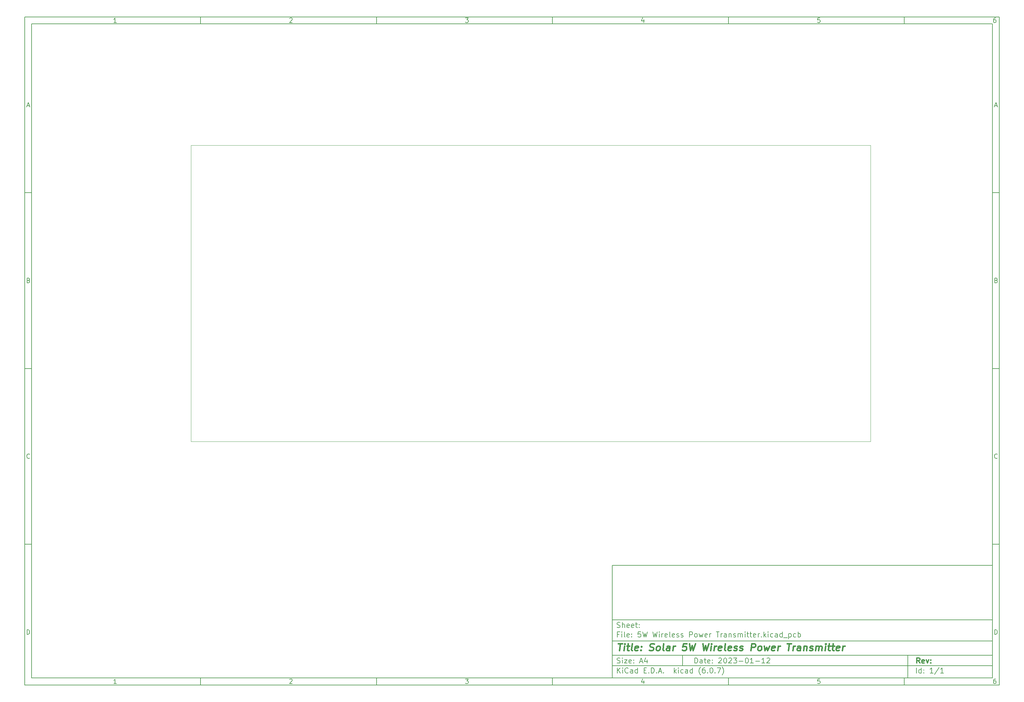
<source format=gbr>
%TF.GenerationSoftware,KiCad,Pcbnew,(6.0.7)*%
%TF.CreationDate,2023-01-12T19:17:08+03:00*%
%TF.ProjectId,5W Wireless Power Transmitter,35572057-6972-4656-9c65-737320506f77,rev?*%
%TF.SameCoordinates,Original*%
%TF.FileFunction,OtherDrawing,Comment*%
%FSLAX46Y46*%
G04 Gerber Fmt 4.6, Leading zero omitted, Abs format (unit mm)*
G04 Created by KiCad (PCBNEW (6.0.7)) date 2023-01-12 19:17:08*
%MOMM*%
%LPD*%
G01*
G04 APERTURE LIST*
%ADD10C,0.100000*%
%ADD11C,0.150000*%
%ADD12C,0.300000*%
%ADD13C,0.400000*%
%TA.AperFunction,Profile*%
%ADD14C,0.100000*%
%TD*%
G04 APERTURE END LIST*
D10*
D11*
X177002200Y-166007200D02*
X177002200Y-198007200D01*
X285002200Y-198007200D01*
X285002200Y-166007200D01*
X177002200Y-166007200D01*
D10*
D11*
X10000000Y-10000000D02*
X10000000Y-200007200D01*
X287002200Y-200007200D01*
X287002200Y-10000000D01*
X10000000Y-10000000D01*
D10*
D11*
X12000000Y-12000000D02*
X12000000Y-198007200D01*
X285002200Y-198007200D01*
X285002200Y-12000000D01*
X12000000Y-12000000D01*
D10*
D11*
X60000000Y-12000000D02*
X60000000Y-10000000D01*
D10*
D11*
X110000000Y-12000000D02*
X110000000Y-10000000D01*
D10*
D11*
X160000000Y-12000000D02*
X160000000Y-10000000D01*
D10*
D11*
X210000000Y-12000000D02*
X210000000Y-10000000D01*
D10*
D11*
X260000000Y-12000000D02*
X260000000Y-10000000D01*
D10*
D11*
X36065476Y-11588095D02*
X35322619Y-11588095D01*
X35694047Y-11588095D02*
X35694047Y-10288095D01*
X35570238Y-10473809D01*
X35446428Y-10597619D01*
X35322619Y-10659523D01*
D10*
D11*
X85322619Y-10411904D02*
X85384523Y-10350000D01*
X85508333Y-10288095D01*
X85817857Y-10288095D01*
X85941666Y-10350000D01*
X86003571Y-10411904D01*
X86065476Y-10535714D01*
X86065476Y-10659523D01*
X86003571Y-10845238D01*
X85260714Y-11588095D01*
X86065476Y-11588095D01*
D10*
D11*
X135260714Y-10288095D02*
X136065476Y-10288095D01*
X135632142Y-10783333D01*
X135817857Y-10783333D01*
X135941666Y-10845238D01*
X136003571Y-10907142D01*
X136065476Y-11030952D01*
X136065476Y-11340476D01*
X136003571Y-11464285D01*
X135941666Y-11526190D01*
X135817857Y-11588095D01*
X135446428Y-11588095D01*
X135322619Y-11526190D01*
X135260714Y-11464285D01*
D10*
D11*
X185941666Y-10721428D02*
X185941666Y-11588095D01*
X185632142Y-10226190D02*
X185322619Y-11154761D01*
X186127380Y-11154761D01*
D10*
D11*
X236003571Y-10288095D02*
X235384523Y-10288095D01*
X235322619Y-10907142D01*
X235384523Y-10845238D01*
X235508333Y-10783333D01*
X235817857Y-10783333D01*
X235941666Y-10845238D01*
X236003571Y-10907142D01*
X236065476Y-11030952D01*
X236065476Y-11340476D01*
X236003571Y-11464285D01*
X235941666Y-11526190D01*
X235817857Y-11588095D01*
X235508333Y-11588095D01*
X235384523Y-11526190D01*
X235322619Y-11464285D01*
D10*
D11*
X285941666Y-10288095D02*
X285694047Y-10288095D01*
X285570238Y-10350000D01*
X285508333Y-10411904D01*
X285384523Y-10597619D01*
X285322619Y-10845238D01*
X285322619Y-11340476D01*
X285384523Y-11464285D01*
X285446428Y-11526190D01*
X285570238Y-11588095D01*
X285817857Y-11588095D01*
X285941666Y-11526190D01*
X286003571Y-11464285D01*
X286065476Y-11340476D01*
X286065476Y-11030952D01*
X286003571Y-10907142D01*
X285941666Y-10845238D01*
X285817857Y-10783333D01*
X285570238Y-10783333D01*
X285446428Y-10845238D01*
X285384523Y-10907142D01*
X285322619Y-11030952D01*
D10*
D11*
X60000000Y-198007200D02*
X60000000Y-200007200D01*
D10*
D11*
X110000000Y-198007200D02*
X110000000Y-200007200D01*
D10*
D11*
X160000000Y-198007200D02*
X160000000Y-200007200D01*
D10*
D11*
X210000000Y-198007200D02*
X210000000Y-200007200D01*
D10*
D11*
X260000000Y-198007200D02*
X260000000Y-200007200D01*
D10*
D11*
X36065476Y-199595295D02*
X35322619Y-199595295D01*
X35694047Y-199595295D02*
X35694047Y-198295295D01*
X35570238Y-198481009D01*
X35446428Y-198604819D01*
X35322619Y-198666723D01*
D10*
D11*
X85322619Y-198419104D02*
X85384523Y-198357200D01*
X85508333Y-198295295D01*
X85817857Y-198295295D01*
X85941666Y-198357200D01*
X86003571Y-198419104D01*
X86065476Y-198542914D01*
X86065476Y-198666723D01*
X86003571Y-198852438D01*
X85260714Y-199595295D01*
X86065476Y-199595295D01*
D10*
D11*
X135260714Y-198295295D02*
X136065476Y-198295295D01*
X135632142Y-198790533D01*
X135817857Y-198790533D01*
X135941666Y-198852438D01*
X136003571Y-198914342D01*
X136065476Y-199038152D01*
X136065476Y-199347676D01*
X136003571Y-199471485D01*
X135941666Y-199533390D01*
X135817857Y-199595295D01*
X135446428Y-199595295D01*
X135322619Y-199533390D01*
X135260714Y-199471485D01*
D10*
D11*
X185941666Y-198728628D02*
X185941666Y-199595295D01*
X185632142Y-198233390D02*
X185322619Y-199161961D01*
X186127380Y-199161961D01*
D10*
D11*
X236003571Y-198295295D02*
X235384523Y-198295295D01*
X235322619Y-198914342D01*
X235384523Y-198852438D01*
X235508333Y-198790533D01*
X235817857Y-198790533D01*
X235941666Y-198852438D01*
X236003571Y-198914342D01*
X236065476Y-199038152D01*
X236065476Y-199347676D01*
X236003571Y-199471485D01*
X235941666Y-199533390D01*
X235817857Y-199595295D01*
X235508333Y-199595295D01*
X235384523Y-199533390D01*
X235322619Y-199471485D01*
D10*
D11*
X285941666Y-198295295D02*
X285694047Y-198295295D01*
X285570238Y-198357200D01*
X285508333Y-198419104D01*
X285384523Y-198604819D01*
X285322619Y-198852438D01*
X285322619Y-199347676D01*
X285384523Y-199471485D01*
X285446428Y-199533390D01*
X285570238Y-199595295D01*
X285817857Y-199595295D01*
X285941666Y-199533390D01*
X286003571Y-199471485D01*
X286065476Y-199347676D01*
X286065476Y-199038152D01*
X286003571Y-198914342D01*
X285941666Y-198852438D01*
X285817857Y-198790533D01*
X285570238Y-198790533D01*
X285446428Y-198852438D01*
X285384523Y-198914342D01*
X285322619Y-199038152D01*
D10*
D11*
X10000000Y-60000000D02*
X12000000Y-60000000D01*
D10*
D11*
X10000000Y-110000000D02*
X12000000Y-110000000D01*
D10*
D11*
X10000000Y-160000000D02*
X12000000Y-160000000D01*
D10*
D11*
X10690476Y-35216666D02*
X11309523Y-35216666D01*
X10566666Y-35588095D02*
X11000000Y-34288095D01*
X11433333Y-35588095D01*
D10*
D11*
X11092857Y-84907142D02*
X11278571Y-84969047D01*
X11340476Y-85030952D01*
X11402380Y-85154761D01*
X11402380Y-85340476D01*
X11340476Y-85464285D01*
X11278571Y-85526190D01*
X11154761Y-85588095D01*
X10659523Y-85588095D01*
X10659523Y-84288095D01*
X11092857Y-84288095D01*
X11216666Y-84350000D01*
X11278571Y-84411904D01*
X11340476Y-84535714D01*
X11340476Y-84659523D01*
X11278571Y-84783333D01*
X11216666Y-84845238D01*
X11092857Y-84907142D01*
X10659523Y-84907142D01*
D10*
D11*
X11402380Y-135464285D02*
X11340476Y-135526190D01*
X11154761Y-135588095D01*
X11030952Y-135588095D01*
X10845238Y-135526190D01*
X10721428Y-135402380D01*
X10659523Y-135278571D01*
X10597619Y-135030952D01*
X10597619Y-134845238D01*
X10659523Y-134597619D01*
X10721428Y-134473809D01*
X10845238Y-134350000D01*
X11030952Y-134288095D01*
X11154761Y-134288095D01*
X11340476Y-134350000D01*
X11402380Y-134411904D01*
D10*
D11*
X10659523Y-185588095D02*
X10659523Y-184288095D01*
X10969047Y-184288095D01*
X11154761Y-184350000D01*
X11278571Y-184473809D01*
X11340476Y-184597619D01*
X11402380Y-184845238D01*
X11402380Y-185030952D01*
X11340476Y-185278571D01*
X11278571Y-185402380D01*
X11154761Y-185526190D01*
X10969047Y-185588095D01*
X10659523Y-185588095D01*
D10*
D11*
X287002200Y-60000000D02*
X285002200Y-60000000D01*
D10*
D11*
X287002200Y-110000000D02*
X285002200Y-110000000D01*
D10*
D11*
X287002200Y-160000000D02*
X285002200Y-160000000D01*
D10*
D11*
X285692676Y-35216666D02*
X286311723Y-35216666D01*
X285568866Y-35588095D02*
X286002200Y-34288095D01*
X286435533Y-35588095D01*
D10*
D11*
X286095057Y-84907142D02*
X286280771Y-84969047D01*
X286342676Y-85030952D01*
X286404580Y-85154761D01*
X286404580Y-85340476D01*
X286342676Y-85464285D01*
X286280771Y-85526190D01*
X286156961Y-85588095D01*
X285661723Y-85588095D01*
X285661723Y-84288095D01*
X286095057Y-84288095D01*
X286218866Y-84350000D01*
X286280771Y-84411904D01*
X286342676Y-84535714D01*
X286342676Y-84659523D01*
X286280771Y-84783333D01*
X286218866Y-84845238D01*
X286095057Y-84907142D01*
X285661723Y-84907142D01*
D10*
D11*
X286404580Y-135464285D02*
X286342676Y-135526190D01*
X286156961Y-135588095D01*
X286033152Y-135588095D01*
X285847438Y-135526190D01*
X285723628Y-135402380D01*
X285661723Y-135278571D01*
X285599819Y-135030952D01*
X285599819Y-134845238D01*
X285661723Y-134597619D01*
X285723628Y-134473809D01*
X285847438Y-134350000D01*
X286033152Y-134288095D01*
X286156961Y-134288095D01*
X286342676Y-134350000D01*
X286404580Y-134411904D01*
D10*
D11*
X285661723Y-185588095D02*
X285661723Y-184288095D01*
X285971247Y-184288095D01*
X286156961Y-184350000D01*
X286280771Y-184473809D01*
X286342676Y-184597619D01*
X286404580Y-184845238D01*
X286404580Y-185030952D01*
X286342676Y-185278571D01*
X286280771Y-185402380D01*
X286156961Y-185526190D01*
X285971247Y-185588095D01*
X285661723Y-185588095D01*
D10*
D11*
X200434342Y-193785771D02*
X200434342Y-192285771D01*
X200791485Y-192285771D01*
X201005771Y-192357200D01*
X201148628Y-192500057D01*
X201220057Y-192642914D01*
X201291485Y-192928628D01*
X201291485Y-193142914D01*
X201220057Y-193428628D01*
X201148628Y-193571485D01*
X201005771Y-193714342D01*
X200791485Y-193785771D01*
X200434342Y-193785771D01*
X202577200Y-193785771D02*
X202577200Y-193000057D01*
X202505771Y-192857200D01*
X202362914Y-192785771D01*
X202077200Y-192785771D01*
X201934342Y-192857200D01*
X202577200Y-193714342D02*
X202434342Y-193785771D01*
X202077200Y-193785771D01*
X201934342Y-193714342D01*
X201862914Y-193571485D01*
X201862914Y-193428628D01*
X201934342Y-193285771D01*
X202077200Y-193214342D01*
X202434342Y-193214342D01*
X202577200Y-193142914D01*
X203077200Y-192785771D02*
X203648628Y-192785771D01*
X203291485Y-192285771D02*
X203291485Y-193571485D01*
X203362914Y-193714342D01*
X203505771Y-193785771D01*
X203648628Y-193785771D01*
X204720057Y-193714342D02*
X204577200Y-193785771D01*
X204291485Y-193785771D01*
X204148628Y-193714342D01*
X204077200Y-193571485D01*
X204077200Y-193000057D01*
X204148628Y-192857200D01*
X204291485Y-192785771D01*
X204577200Y-192785771D01*
X204720057Y-192857200D01*
X204791485Y-193000057D01*
X204791485Y-193142914D01*
X204077200Y-193285771D01*
X205434342Y-193642914D02*
X205505771Y-193714342D01*
X205434342Y-193785771D01*
X205362914Y-193714342D01*
X205434342Y-193642914D01*
X205434342Y-193785771D01*
X205434342Y-192857200D02*
X205505771Y-192928628D01*
X205434342Y-193000057D01*
X205362914Y-192928628D01*
X205434342Y-192857200D01*
X205434342Y-193000057D01*
X207220057Y-192428628D02*
X207291485Y-192357200D01*
X207434342Y-192285771D01*
X207791485Y-192285771D01*
X207934342Y-192357200D01*
X208005771Y-192428628D01*
X208077200Y-192571485D01*
X208077200Y-192714342D01*
X208005771Y-192928628D01*
X207148628Y-193785771D01*
X208077200Y-193785771D01*
X209005771Y-192285771D02*
X209148628Y-192285771D01*
X209291485Y-192357200D01*
X209362914Y-192428628D01*
X209434342Y-192571485D01*
X209505771Y-192857200D01*
X209505771Y-193214342D01*
X209434342Y-193500057D01*
X209362914Y-193642914D01*
X209291485Y-193714342D01*
X209148628Y-193785771D01*
X209005771Y-193785771D01*
X208862914Y-193714342D01*
X208791485Y-193642914D01*
X208720057Y-193500057D01*
X208648628Y-193214342D01*
X208648628Y-192857200D01*
X208720057Y-192571485D01*
X208791485Y-192428628D01*
X208862914Y-192357200D01*
X209005771Y-192285771D01*
X210077200Y-192428628D02*
X210148628Y-192357200D01*
X210291485Y-192285771D01*
X210648628Y-192285771D01*
X210791485Y-192357200D01*
X210862914Y-192428628D01*
X210934342Y-192571485D01*
X210934342Y-192714342D01*
X210862914Y-192928628D01*
X210005771Y-193785771D01*
X210934342Y-193785771D01*
X211434342Y-192285771D02*
X212362914Y-192285771D01*
X211862914Y-192857200D01*
X212077200Y-192857200D01*
X212220057Y-192928628D01*
X212291485Y-193000057D01*
X212362914Y-193142914D01*
X212362914Y-193500057D01*
X212291485Y-193642914D01*
X212220057Y-193714342D01*
X212077200Y-193785771D01*
X211648628Y-193785771D01*
X211505771Y-193714342D01*
X211434342Y-193642914D01*
X213005771Y-193214342D02*
X214148628Y-193214342D01*
X215148628Y-192285771D02*
X215291485Y-192285771D01*
X215434342Y-192357200D01*
X215505771Y-192428628D01*
X215577200Y-192571485D01*
X215648628Y-192857200D01*
X215648628Y-193214342D01*
X215577200Y-193500057D01*
X215505771Y-193642914D01*
X215434342Y-193714342D01*
X215291485Y-193785771D01*
X215148628Y-193785771D01*
X215005771Y-193714342D01*
X214934342Y-193642914D01*
X214862914Y-193500057D01*
X214791485Y-193214342D01*
X214791485Y-192857200D01*
X214862914Y-192571485D01*
X214934342Y-192428628D01*
X215005771Y-192357200D01*
X215148628Y-192285771D01*
X217077200Y-193785771D02*
X216220057Y-193785771D01*
X216648628Y-193785771D02*
X216648628Y-192285771D01*
X216505771Y-192500057D01*
X216362914Y-192642914D01*
X216220057Y-192714342D01*
X217720057Y-193214342D02*
X218862914Y-193214342D01*
X220362914Y-193785771D02*
X219505771Y-193785771D01*
X219934342Y-193785771D02*
X219934342Y-192285771D01*
X219791485Y-192500057D01*
X219648628Y-192642914D01*
X219505771Y-192714342D01*
X220934342Y-192428628D02*
X221005771Y-192357200D01*
X221148628Y-192285771D01*
X221505771Y-192285771D01*
X221648628Y-192357200D01*
X221720057Y-192428628D01*
X221791485Y-192571485D01*
X221791485Y-192714342D01*
X221720057Y-192928628D01*
X220862914Y-193785771D01*
X221791485Y-193785771D01*
D10*
D11*
X177002200Y-194507200D02*
X285002200Y-194507200D01*
D10*
D11*
X178434342Y-196585771D02*
X178434342Y-195085771D01*
X179291485Y-196585771D02*
X178648628Y-195728628D01*
X179291485Y-195085771D02*
X178434342Y-195942914D01*
X179934342Y-196585771D02*
X179934342Y-195585771D01*
X179934342Y-195085771D02*
X179862914Y-195157200D01*
X179934342Y-195228628D01*
X180005771Y-195157200D01*
X179934342Y-195085771D01*
X179934342Y-195228628D01*
X181505771Y-196442914D02*
X181434342Y-196514342D01*
X181220057Y-196585771D01*
X181077200Y-196585771D01*
X180862914Y-196514342D01*
X180720057Y-196371485D01*
X180648628Y-196228628D01*
X180577200Y-195942914D01*
X180577200Y-195728628D01*
X180648628Y-195442914D01*
X180720057Y-195300057D01*
X180862914Y-195157200D01*
X181077200Y-195085771D01*
X181220057Y-195085771D01*
X181434342Y-195157200D01*
X181505771Y-195228628D01*
X182791485Y-196585771D02*
X182791485Y-195800057D01*
X182720057Y-195657200D01*
X182577200Y-195585771D01*
X182291485Y-195585771D01*
X182148628Y-195657200D01*
X182791485Y-196514342D02*
X182648628Y-196585771D01*
X182291485Y-196585771D01*
X182148628Y-196514342D01*
X182077200Y-196371485D01*
X182077200Y-196228628D01*
X182148628Y-196085771D01*
X182291485Y-196014342D01*
X182648628Y-196014342D01*
X182791485Y-195942914D01*
X184148628Y-196585771D02*
X184148628Y-195085771D01*
X184148628Y-196514342D02*
X184005771Y-196585771D01*
X183720057Y-196585771D01*
X183577200Y-196514342D01*
X183505771Y-196442914D01*
X183434342Y-196300057D01*
X183434342Y-195871485D01*
X183505771Y-195728628D01*
X183577200Y-195657200D01*
X183720057Y-195585771D01*
X184005771Y-195585771D01*
X184148628Y-195657200D01*
X186005771Y-195800057D02*
X186505771Y-195800057D01*
X186720057Y-196585771D02*
X186005771Y-196585771D01*
X186005771Y-195085771D01*
X186720057Y-195085771D01*
X187362914Y-196442914D02*
X187434342Y-196514342D01*
X187362914Y-196585771D01*
X187291485Y-196514342D01*
X187362914Y-196442914D01*
X187362914Y-196585771D01*
X188077200Y-196585771D02*
X188077200Y-195085771D01*
X188434342Y-195085771D01*
X188648628Y-195157200D01*
X188791485Y-195300057D01*
X188862914Y-195442914D01*
X188934342Y-195728628D01*
X188934342Y-195942914D01*
X188862914Y-196228628D01*
X188791485Y-196371485D01*
X188648628Y-196514342D01*
X188434342Y-196585771D01*
X188077200Y-196585771D01*
X189577200Y-196442914D02*
X189648628Y-196514342D01*
X189577200Y-196585771D01*
X189505771Y-196514342D01*
X189577200Y-196442914D01*
X189577200Y-196585771D01*
X190220057Y-196157200D02*
X190934342Y-196157200D01*
X190077200Y-196585771D02*
X190577200Y-195085771D01*
X191077200Y-196585771D01*
X191577200Y-196442914D02*
X191648628Y-196514342D01*
X191577200Y-196585771D01*
X191505771Y-196514342D01*
X191577200Y-196442914D01*
X191577200Y-196585771D01*
X194577200Y-196585771D02*
X194577200Y-195085771D01*
X194720057Y-196014342D02*
X195148628Y-196585771D01*
X195148628Y-195585771D02*
X194577200Y-196157200D01*
X195791485Y-196585771D02*
X195791485Y-195585771D01*
X195791485Y-195085771D02*
X195720057Y-195157200D01*
X195791485Y-195228628D01*
X195862914Y-195157200D01*
X195791485Y-195085771D01*
X195791485Y-195228628D01*
X197148628Y-196514342D02*
X197005771Y-196585771D01*
X196720057Y-196585771D01*
X196577200Y-196514342D01*
X196505771Y-196442914D01*
X196434342Y-196300057D01*
X196434342Y-195871485D01*
X196505771Y-195728628D01*
X196577200Y-195657200D01*
X196720057Y-195585771D01*
X197005771Y-195585771D01*
X197148628Y-195657200D01*
X198434342Y-196585771D02*
X198434342Y-195800057D01*
X198362914Y-195657200D01*
X198220057Y-195585771D01*
X197934342Y-195585771D01*
X197791485Y-195657200D01*
X198434342Y-196514342D02*
X198291485Y-196585771D01*
X197934342Y-196585771D01*
X197791485Y-196514342D01*
X197720057Y-196371485D01*
X197720057Y-196228628D01*
X197791485Y-196085771D01*
X197934342Y-196014342D01*
X198291485Y-196014342D01*
X198434342Y-195942914D01*
X199791485Y-196585771D02*
X199791485Y-195085771D01*
X199791485Y-196514342D02*
X199648628Y-196585771D01*
X199362914Y-196585771D01*
X199220057Y-196514342D01*
X199148628Y-196442914D01*
X199077200Y-196300057D01*
X199077200Y-195871485D01*
X199148628Y-195728628D01*
X199220057Y-195657200D01*
X199362914Y-195585771D01*
X199648628Y-195585771D01*
X199791485Y-195657200D01*
X202077200Y-197157200D02*
X202005771Y-197085771D01*
X201862914Y-196871485D01*
X201791485Y-196728628D01*
X201720057Y-196514342D01*
X201648628Y-196157200D01*
X201648628Y-195871485D01*
X201720057Y-195514342D01*
X201791485Y-195300057D01*
X201862914Y-195157200D01*
X202005771Y-194942914D01*
X202077200Y-194871485D01*
X203291485Y-195085771D02*
X203005771Y-195085771D01*
X202862914Y-195157200D01*
X202791485Y-195228628D01*
X202648628Y-195442914D01*
X202577200Y-195728628D01*
X202577200Y-196300057D01*
X202648628Y-196442914D01*
X202720057Y-196514342D01*
X202862914Y-196585771D01*
X203148628Y-196585771D01*
X203291485Y-196514342D01*
X203362914Y-196442914D01*
X203434342Y-196300057D01*
X203434342Y-195942914D01*
X203362914Y-195800057D01*
X203291485Y-195728628D01*
X203148628Y-195657200D01*
X202862914Y-195657200D01*
X202720057Y-195728628D01*
X202648628Y-195800057D01*
X202577200Y-195942914D01*
X204077200Y-196442914D02*
X204148628Y-196514342D01*
X204077200Y-196585771D01*
X204005771Y-196514342D01*
X204077200Y-196442914D01*
X204077200Y-196585771D01*
X205077200Y-195085771D02*
X205220057Y-195085771D01*
X205362914Y-195157200D01*
X205434342Y-195228628D01*
X205505771Y-195371485D01*
X205577200Y-195657200D01*
X205577200Y-196014342D01*
X205505771Y-196300057D01*
X205434342Y-196442914D01*
X205362914Y-196514342D01*
X205220057Y-196585771D01*
X205077200Y-196585771D01*
X204934342Y-196514342D01*
X204862914Y-196442914D01*
X204791485Y-196300057D01*
X204720057Y-196014342D01*
X204720057Y-195657200D01*
X204791485Y-195371485D01*
X204862914Y-195228628D01*
X204934342Y-195157200D01*
X205077200Y-195085771D01*
X206220057Y-196442914D02*
X206291485Y-196514342D01*
X206220057Y-196585771D01*
X206148628Y-196514342D01*
X206220057Y-196442914D01*
X206220057Y-196585771D01*
X206791485Y-195085771D02*
X207791485Y-195085771D01*
X207148628Y-196585771D01*
X208220057Y-197157200D02*
X208291485Y-197085771D01*
X208434342Y-196871485D01*
X208505771Y-196728628D01*
X208577200Y-196514342D01*
X208648628Y-196157200D01*
X208648628Y-195871485D01*
X208577200Y-195514342D01*
X208505771Y-195300057D01*
X208434342Y-195157200D01*
X208291485Y-194942914D01*
X208220057Y-194871485D01*
D10*
D11*
X177002200Y-191507200D02*
X285002200Y-191507200D01*
D10*
D12*
X264411485Y-193785771D02*
X263911485Y-193071485D01*
X263554342Y-193785771D02*
X263554342Y-192285771D01*
X264125771Y-192285771D01*
X264268628Y-192357200D01*
X264340057Y-192428628D01*
X264411485Y-192571485D01*
X264411485Y-192785771D01*
X264340057Y-192928628D01*
X264268628Y-193000057D01*
X264125771Y-193071485D01*
X263554342Y-193071485D01*
X265625771Y-193714342D02*
X265482914Y-193785771D01*
X265197200Y-193785771D01*
X265054342Y-193714342D01*
X264982914Y-193571485D01*
X264982914Y-193000057D01*
X265054342Y-192857200D01*
X265197200Y-192785771D01*
X265482914Y-192785771D01*
X265625771Y-192857200D01*
X265697200Y-193000057D01*
X265697200Y-193142914D01*
X264982914Y-193285771D01*
X266197200Y-192785771D02*
X266554342Y-193785771D01*
X266911485Y-192785771D01*
X267482914Y-193642914D02*
X267554342Y-193714342D01*
X267482914Y-193785771D01*
X267411485Y-193714342D01*
X267482914Y-193642914D01*
X267482914Y-193785771D01*
X267482914Y-192857200D02*
X267554342Y-192928628D01*
X267482914Y-193000057D01*
X267411485Y-192928628D01*
X267482914Y-192857200D01*
X267482914Y-193000057D01*
D10*
D11*
X178362914Y-193714342D02*
X178577200Y-193785771D01*
X178934342Y-193785771D01*
X179077200Y-193714342D01*
X179148628Y-193642914D01*
X179220057Y-193500057D01*
X179220057Y-193357200D01*
X179148628Y-193214342D01*
X179077200Y-193142914D01*
X178934342Y-193071485D01*
X178648628Y-193000057D01*
X178505771Y-192928628D01*
X178434342Y-192857200D01*
X178362914Y-192714342D01*
X178362914Y-192571485D01*
X178434342Y-192428628D01*
X178505771Y-192357200D01*
X178648628Y-192285771D01*
X179005771Y-192285771D01*
X179220057Y-192357200D01*
X179862914Y-193785771D02*
X179862914Y-192785771D01*
X179862914Y-192285771D02*
X179791485Y-192357200D01*
X179862914Y-192428628D01*
X179934342Y-192357200D01*
X179862914Y-192285771D01*
X179862914Y-192428628D01*
X180434342Y-192785771D02*
X181220057Y-192785771D01*
X180434342Y-193785771D01*
X181220057Y-193785771D01*
X182362914Y-193714342D02*
X182220057Y-193785771D01*
X181934342Y-193785771D01*
X181791485Y-193714342D01*
X181720057Y-193571485D01*
X181720057Y-193000057D01*
X181791485Y-192857200D01*
X181934342Y-192785771D01*
X182220057Y-192785771D01*
X182362914Y-192857200D01*
X182434342Y-193000057D01*
X182434342Y-193142914D01*
X181720057Y-193285771D01*
X183077200Y-193642914D02*
X183148628Y-193714342D01*
X183077200Y-193785771D01*
X183005771Y-193714342D01*
X183077200Y-193642914D01*
X183077200Y-193785771D01*
X183077200Y-192857200D02*
X183148628Y-192928628D01*
X183077200Y-193000057D01*
X183005771Y-192928628D01*
X183077200Y-192857200D01*
X183077200Y-193000057D01*
X184862914Y-193357200D02*
X185577200Y-193357200D01*
X184720057Y-193785771D02*
X185220057Y-192285771D01*
X185720057Y-193785771D01*
X186862914Y-192785771D02*
X186862914Y-193785771D01*
X186505771Y-192214342D02*
X186148628Y-193285771D01*
X187077200Y-193285771D01*
D10*
D11*
X263434342Y-196585771D02*
X263434342Y-195085771D01*
X264791485Y-196585771D02*
X264791485Y-195085771D01*
X264791485Y-196514342D02*
X264648628Y-196585771D01*
X264362914Y-196585771D01*
X264220057Y-196514342D01*
X264148628Y-196442914D01*
X264077200Y-196300057D01*
X264077200Y-195871485D01*
X264148628Y-195728628D01*
X264220057Y-195657200D01*
X264362914Y-195585771D01*
X264648628Y-195585771D01*
X264791485Y-195657200D01*
X265505771Y-196442914D02*
X265577200Y-196514342D01*
X265505771Y-196585771D01*
X265434342Y-196514342D01*
X265505771Y-196442914D01*
X265505771Y-196585771D01*
X265505771Y-195657200D02*
X265577200Y-195728628D01*
X265505771Y-195800057D01*
X265434342Y-195728628D01*
X265505771Y-195657200D01*
X265505771Y-195800057D01*
X268148628Y-196585771D02*
X267291485Y-196585771D01*
X267720057Y-196585771D02*
X267720057Y-195085771D01*
X267577200Y-195300057D01*
X267434342Y-195442914D01*
X267291485Y-195514342D01*
X269862914Y-195014342D02*
X268577200Y-196942914D01*
X271148628Y-196585771D02*
X270291485Y-196585771D01*
X270720057Y-196585771D02*
X270720057Y-195085771D01*
X270577200Y-195300057D01*
X270434342Y-195442914D01*
X270291485Y-195514342D01*
D10*
D11*
X177002200Y-187507200D02*
X285002200Y-187507200D01*
D10*
D13*
X178714580Y-188211961D02*
X179857438Y-188211961D01*
X179036009Y-190211961D02*
X179286009Y-188211961D01*
X180274104Y-190211961D02*
X180440771Y-188878628D01*
X180524104Y-188211961D02*
X180416961Y-188307200D01*
X180500295Y-188402438D01*
X180607438Y-188307200D01*
X180524104Y-188211961D01*
X180500295Y-188402438D01*
X181107438Y-188878628D02*
X181869342Y-188878628D01*
X181476485Y-188211961D02*
X181262200Y-189926247D01*
X181333628Y-190116723D01*
X181512200Y-190211961D01*
X181702676Y-190211961D01*
X182655057Y-190211961D02*
X182476485Y-190116723D01*
X182405057Y-189926247D01*
X182619342Y-188211961D01*
X184190771Y-190116723D02*
X183988390Y-190211961D01*
X183607438Y-190211961D01*
X183428866Y-190116723D01*
X183357438Y-189926247D01*
X183452676Y-189164342D01*
X183571723Y-188973866D01*
X183774104Y-188878628D01*
X184155057Y-188878628D01*
X184333628Y-188973866D01*
X184405057Y-189164342D01*
X184381247Y-189354819D01*
X183405057Y-189545295D01*
X185155057Y-190021485D02*
X185238390Y-190116723D01*
X185131247Y-190211961D01*
X185047914Y-190116723D01*
X185155057Y-190021485D01*
X185131247Y-190211961D01*
X185286009Y-188973866D02*
X185369342Y-189069104D01*
X185262200Y-189164342D01*
X185178866Y-189069104D01*
X185286009Y-188973866D01*
X185262200Y-189164342D01*
X187524104Y-190116723D02*
X187797914Y-190211961D01*
X188274104Y-190211961D01*
X188476485Y-190116723D01*
X188583628Y-190021485D01*
X188702676Y-189831009D01*
X188726485Y-189640533D01*
X188655057Y-189450057D01*
X188571723Y-189354819D01*
X188393152Y-189259580D01*
X188024104Y-189164342D01*
X187845533Y-189069104D01*
X187762200Y-188973866D01*
X187690771Y-188783390D01*
X187714580Y-188592914D01*
X187833628Y-188402438D01*
X187940771Y-188307200D01*
X188143152Y-188211961D01*
X188619342Y-188211961D01*
X188893152Y-188307200D01*
X189797914Y-190211961D02*
X189619342Y-190116723D01*
X189536009Y-190021485D01*
X189464580Y-189831009D01*
X189536009Y-189259580D01*
X189655057Y-189069104D01*
X189762200Y-188973866D01*
X189964580Y-188878628D01*
X190250295Y-188878628D01*
X190428866Y-188973866D01*
X190512200Y-189069104D01*
X190583628Y-189259580D01*
X190512200Y-189831009D01*
X190393152Y-190021485D01*
X190286009Y-190116723D01*
X190083628Y-190211961D01*
X189797914Y-190211961D01*
X191607438Y-190211961D02*
X191428866Y-190116723D01*
X191357438Y-189926247D01*
X191571723Y-188211961D01*
X193226485Y-190211961D02*
X193357438Y-189164342D01*
X193286009Y-188973866D01*
X193107438Y-188878628D01*
X192726485Y-188878628D01*
X192524104Y-188973866D01*
X193238390Y-190116723D02*
X193036009Y-190211961D01*
X192559819Y-190211961D01*
X192381247Y-190116723D01*
X192309819Y-189926247D01*
X192333628Y-189735771D01*
X192452676Y-189545295D01*
X192655057Y-189450057D01*
X193131247Y-189450057D01*
X193333628Y-189354819D01*
X194178866Y-190211961D02*
X194345533Y-188878628D01*
X194297914Y-189259580D02*
X194416961Y-189069104D01*
X194524104Y-188973866D01*
X194726485Y-188878628D01*
X194916961Y-188878628D01*
X198143152Y-188211961D02*
X197190771Y-188211961D01*
X196976485Y-189164342D01*
X197083628Y-189069104D01*
X197286009Y-188973866D01*
X197762200Y-188973866D01*
X197940771Y-189069104D01*
X198024104Y-189164342D01*
X198095533Y-189354819D01*
X198036009Y-189831009D01*
X197916961Y-190021485D01*
X197809819Y-190116723D01*
X197607438Y-190211961D01*
X197131247Y-190211961D01*
X196952676Y-190116723D01*
X196869342Y-190021485D01*
X198905057Y-188211961D02*
X199131247Y-190211961D01*
X199690771Y-188783390D01*
X199893152Y-190211961D01*
X200619342Y-188211961D01*
X202714580Y-188211961D02*
X202940771Y-190211961D01*
X203500295Y-188783390D01*
X203702676Y-190211961D01*
X204428866Y-188211961D01*
X204940771Y-190211961D02*
X205107438Y-188878628D01*
X205190771Y-188211961D02*
X205083628Y-188307200D01*
X205166961Y-188402438D01*
X205274104Y-188307200D01*
X205190771Y-188211961D01*
X205166961Y-188402438D01*
X205893152Y-190211961D02*
X206059819Y-188878628D01*
X206012200Y-189259580D02*
X206131247Y-189069104D01*
X206238390Y-188973866D01*
X206440771Y-188878628D01*
X206631247Y-188878628D01*
X207905057Y-190116723D02*
X207702676Y-190211961D01*
X207321723Y-190211961D01*
X207143152Y-190116723D01*
X207071723Y-189926247D01*
X207166961Y-189164342D01*
X207286009Y-188973866D01*
X207488390Y-188878628D01*
X207869342Y-188878628D01*
X208047914Y-188973866D01*
X208119342Y-189164342D01*
X208095533Y-189354819D01*
X207119342Y-189545295D01*
X209131247Y-190211961D02*
X208952676Y-190116723D01*
X208881247Y-189926247D01*
X209095533Y-188211961D01*
X210666961Y-190116723D02*
X210464580Y-190211961D01*
X210083628Y-190211961D01*
X209905057Y-190116723D01*
X209833628Y-189926247D01*
X209928866Y-189164342D01*
X210047914Y-188973866D01*
X210250295Y-188878628D01*
X210631247Y-188878628D01*
X210809819Y-188973866D01*
X210881247Y-189164342D01*
X210857438Y-189354819D01*
X209881247Y-189545295D01*
X211524104Y-190116723D02*
X211702676Y-190211961D01*
X212083628Y-190211961D01*
X212286009Y-190116723D01*
X212405057Y-189926247D01*
X212416961Y-189831009D01*
X212345533Y-189640533D01*
X212166961Y-189545295D01*
X211881247Y-189545295D01*
X211702676Y-189450057D01*
X211631247Y-189259580D01*
X211643152Y-189164342D01*
X211762200Y-188973866D01*
X211964580Y-188878628D01*
X212250295Y-188878628D01*
X212428866Y-188973866D01*
X213143152Y-190116723D02*
X213321723Y-190211961D01*
X213702676Y-190211961D01*
X213905057Y-190116723D01*
X214024104Y-189926247D01*
X214036009Y-189831009D01*
X213964580Y-189640533D01*
X213786009Y-189545295D01*
X213500295Y-189545295D01*
X213321723Y-189450057D01*
X213250295Y-189259580D01*
X213262200Y-189164342D01*
X213381247Y-188973866D01*
X213583628Y-188878628D01*
X213869342Y-188878628D01*
X214047914Y-188973866D01*
X216369342Y-190211961D02*
X216619342Y-188211961D01*
X217381247Y-188211961D01*
X217559819Y-188307200D01*
X217643152Y-188402438D01*
X217714580Y-188592914D01*
X217678866Y-188878628D01*
X217559819Y-189069104D01*
X217452676Y-189164342D01*
X217250295Y-189259580D01*
X216488390Y-189259580D01*
X218655057Y-190211961D02*
X218476485Y-190116723D01*
X218393152Y-190021485D01*
X218321723Y-189831009D01*
X218393152Y-189259580D01*
X218512200Y-189069104D01*
X218619342Y-188973866D01*
X218821723Y-188878628D01*
X219107438Y-188878628D01*
X219286009Y-188973866D01*
X219369342Y-189069104D01*
X219440771Y-189259580D01*
X219369342Y-189831009D01*
X219250295Y-190021485D01*
X219143152Y-190116723D01*
X218940771Y-190211961D01*
X218655057Y-190211961D01*
X220155057Y-188878628D02*
X220369342Y-190211961D01*
X220869342Y-189259580D01*
X221131247Y-190211961D01*
X221678866Y-188878628D01*
X223047914Y-190116723D02*
X222845533Y-190211961D01*
X222464580Y-190211961D01*
X222286009Y-190116723D01*
X222214580Y-189926247D01*
X222309819Y-189164342D01*
X222428866Y-188973866D01*
X222631247Y-188878628D01*
X223012200Y-188878628D01*
X223190771Y-188973866D01*
X223262200Y-189164342D01*
X223238390Y-189354819D01*
X222262200Y-189545295D01*
X223988390Y-190211961D02*
X224155057Y-188878628D01*
X224107438Y-189259580D02*
X224226485Y-189069104D01*
X224333628Y-188973866D01*
X224536009Y-188878628D01*
X224726485Y-188878628D01*
X226714580Y-188211961D02*
X227857438Y-188211961D01*
X227036009Y-190211961D02*
X227286009Y-188211961D01*
X228274104Y-190211961D02*
X228440771Y-188878628D01*
X228393152Y-189259580D02*
X228512200Y-189069104D01*
X228619342Y-188973866D01*
X228821723Y-188878628D01*
X229012200Y-188878628D01*
X230369342Y-190211961D02*
X230500295Y-189164342D01*
X230428866Y-188973866D01*
X230250295Y-188878628D01*
X229869342Y-188878628D01*
X229666961Y-188973866D01*
X230381247Y-190116723D02*
X230178866Y-190211961D01*
X229702676Y-190211961D01*
X229524104Y-190116723D01*
X229452676Y-189926247D01*
X229476485Y-189735771D01*
X229595533Y-189545295D01*
X229797914Y-189450057D01*
X230274104Y-189450057D01*
X230476485Y-189354819D01*
X231488390Y-188878628D02*
X231321723Y-190211961D01*
X231464580Y-189069104D02*
X231571723Y-188973866D01*
X231774104Y-188878628D01*
X232059819Y-188878628D01*
X232238390Y-188973866D01*
X232309819Y-189164342D01*
X232178866Y-190211961D01*
X233047914Y-190116723D02*
X233226485Y-190211961D01*
X233607438Y-190211961D01*
X233809819Y-190116723D01*
X233928866Y-189926247D01*
X233940771Y-189831009D01*
X233869342Y-189640533D01*
X233690771Y-189545295D01*
X233405057Y-189545295D01*
X233226485Y-189450057D01*
X233155057Y-189259580D01*
X233166961Y-189164342D01*
X233286009Y-188973866D01*
X233488390Y-188878628D01*
X233774104Y-188878628D01*
X233952676Y-188973866D01*
X234750295Y-190211961D02*
X234916961Y-188878628D01*
X234893152Y-189069104D02*
X235000295Y-188973866D01*
X235202676Y-188878628D01*
X235488390Y-188878628D01*
X235666961Y-188973866D01*
X235738390Y-189164342D01*
X235607438Y-190211961D01*
X235738390Y-189164342D02*
X235857438Y-188973866D01*
X236059819Y-188878628D01*
X236345533Y-188878628D01*
X236524104Y-188973866D01*
X236595533Y-189164342D01*
X236464580Y-190211961D01*
X237416961Y-190211961D02*
X237583628Y-188878628D01*
X237666961Y-188211961D02*
X237559819Y-188307200D01*
X237643152Y-188402438D01*
X237750295Y-188307200D01*
X237666961Y-188211961D01*
X237643152Y-188402438D01*
X238250295Y-188878628D02*
X239012200Y-188878628D01*
X238619342Y-188211961D02*
X238405057Y-189926247D01*
X238476485Y-190116723D01*
X238655057Y-190211961D01*
X238845533Y-190211961D01*
X239393152Y-188878628D02*
X240155057Y-188878628D01*
X239762200Y-188211961D02*
X239547914Y-189926247D01*
X239619342Y-190116723D01*
X239797914Y-190211961D01*
X239988390Y-190211961D01*
X241428866Y-190116723D02*
X241226485Y-190211961D01*
X240845533Y-190211961D01*
X240666961Y-190116723D01*
X240595533Y-189926247D01*
X240690771Y-189164342D01*
X240809819Y-188973866D01*
X241012199Y-188878628D01*
X241393152Y-188878628D01*
X241571723Y-188973866D01*
X241643152Y-189164342D01*
X241619342Y-189354819D01*
X240643152Y-189545295D01*
X242369342Y-190211961D02*
X242536009Y-188878628D01*
X242488390Y-189259580D02*
X242607438Y-189069104D01*
X242714580Y-188973866D01*
X242916961Y-188878628D01*
X243107438Y-188878628D01*
D10*
D11*
X178934342Y-185600057D02*
X178434342Y-185600057D01*
X178434342Y-186385771D02*
X178434342Y-184885771D01*
X179148628Y-184885771D01*
X179720057Y-186385771D02*
X179720057Y-185385771D01*
X179720057Y-184885771D02*
X179648628Y-184957200D01*
X179720057Y-185028628D01*
X179791485Y-184957200D01*
X179720057Y-184885771D01*
X179720057Y-185028628D01*
X180648628Y-186385771D02*
X180505771Y-186314342D01*
X180434342Y-186171485D01*
X180434342Y-184885771D01*
X181791485Y-186314342D02*
X181648628Y-186385771D01*
X181362914Y-186385771D01*
X181220057Y-186314342D01*
X181148628Y-186171485D01*
X181148628Y-185600057D01*
X181220057Y-185457200D01*
X181362914Y-185385771D01*
X181648628Y-185385771D01*
X181791485Y-185457200D01*
X181862914Y-185600057D01*
X181862914Y-185742914D01*
X181148628Y-185885771D01*
X182505771Y-186242914D02*
X182577200Y-186314342D01*
X182505771Y-186385771D01*
X182434342Y-186314342D01*
X182505771Y-186242914D01*
X182505771Y-186385771D01*
X182505771Y-185457200D02*
X182577200Y-185528628D01*
X182505771Y-185600057D01*
X182434342Y-185528628D01*
X182505771Y-185457200D01*
X182505771Y-185600057D01*
X185077200Y-184885771D02*
X184362914Y-184885771D01*
X184291485Y-185600057D01*
X184362914Y-185528628D01*
X184505771Y-185457200D01*
X184862914Y-185457200D01*
X185005771Y-185528628D01*
X185077200Y-185600057D01*
X185148628Y-185742914D01*
X185148628Y-186100057D01*
X185077200Y-186242914D01*
X185005771Y-186314342D01*
X184862914Y-186385771D01*
X184505771Y-186385771D01*
X184362914Y-186314342D01*
X184291485Y-186242914D01*
X185648628Y-184885771D02*
X186005771Y-186385771D01*
X186291485Y-185314342D01*
X186577200Y-186385771D01*
X186934342Y-184885771D01*
X188505771Y-184885771D02*
X188862914Y-186385771D01*
X189148628Y-185314342D01*
X189434342Y-186385771D01*
X189791485Y-184885771D01*
X190362914Y-186385771D02*
X190362914Y-185385771D01*
X190362914Y-184885771D02*
X190291485Y-184957200D01*
X190362914Y-185028628D01*
X190434342Y-184957200D01*
X190362914Y-184885771D01*
X190362914Y-185028628D01*
X191077200Y-186385771D02*
X191077200Y-185385771D01*
X191077200Y-185671485D02*
X191148628Y-185528628D01*
X191220057Y-185457200D01*
X191362914Y-185385771D01*
X191505771Y-185385771D01*
X192577200Y-186314342D02*
X192434342Y-186385771D01*
X192148628Y-186385771D01*
X192005771Y-186314342D01*
X191934342Y-186171485D01*
X191934342Y-185600057D01*
X192005771Y-185457200D01*
X192148628Y-185385771D01*
X192434342Y-185385771D01*
X192577200Y-185457200D01*
X192648628Y-185600057D01*
X192648628Y-185742914D01*
X191934342Y-185885771D01*
X193505771Y-186385771D02*
X193362914Y-186314342D01*
X193291485Y-186171485D01*
X193291485Y-184885771D01*
X194648628Y-186314342D02*
X194505771Y-186385771D01*
X194220057Y-186385771D01*
X194077200Y-186314342D01*
X194005771Y-186171485D01*
X194005771Y-185600057D01*
X194077200Y-185457200D01*
X194220057Y-185385771D01*
X194505771Y-185385771D01*
X194648628Y-185457200D01*
X194720057Y-185600057D01*
X194720057Y-185742914D01*
X194005771Y-185885771D01*
X195291485Y-186314342D02*
X195434342Y-186385771D01*
X195720057Y-186385771D01*
X195862914Y-186314342D01*
X195934342Y-186171485D01*
X195934342Y-186100057D01*
X195862914Y-185957200D01*
X195720057Y-185885771D01*
X195505771Y-185885771D01*
X195362914Y-185814342D01*
X195291485Y-185671485D01*
X195291485Y-185600057D01*
X195362914Y-185457200D01*
X195505771Y-185385771D01*
X195720057Y-185385771D01*
X195862914Y-185457200D01*
X196505771Y-186314342D02*
X196648628Y-186385771D01*
X196934342Y-186385771D01*
X197077200Y-186314342D01*
X197148628Y-186171485D01*
X197148628Y-186100057D01*
X197077200Y-185957200D01*
X196934342Y-185885771D01*
X196720057Y-185885771D01*
X196577200Y-185814342D01*
X196505771Y-185671485D01*
X196505771Y-185600057D01*
X196577200Y-185457200D01*
X196720057Y-185385771D01*
X196934342Y-185385771D01*
X197077200Y-185457200D01*
X198934342Y-186385771D02*
X198934342Y-184885771D01*
X199505771Y-184885771D01*
X199648628Y-184957200D01*
X199720057Y-185028628D01*
X199791485Y-185171485D01*
X199791485Y-185385771D01*
X199720057Y-185528628D01*
X199648628Y-185600057D01*
X199505771Y-185671485D01*
X198934342Y-185671485D01*
X200648628Y-186385771D02*
X200505771Y-186314342D01*
X200434342Y-186242914D01*
X200362914Y-186100057D01*
X200362914Y-185671485D01*
X200434342Y-185528628D01*
X200505771Y-185457200D01*
X200648628Y-185385771D01*
X200862914Y-185385771D01*
X201005771Y-185457200D01*
X201077200Y-185528628D01*
X201148628Y-185671485D01*
X201148628Y-186100057D01*
X201077200Y-186242914D01*
X201005771Y-186314342D01*
X200862914Y-186385771D01*
X200648628Y-186385771D01*
X201648628Y-185385771D02*
X201934342Y-186385771D01*
X202220057Y-185671485D01*
X202505771Y-186385771D01*
X202791485Y-185385771D01*
X203934342Y-186314342D02*
X203791485Y-186385771D01*
X203505771Y-186385771D01*
X203362914Y-186314342D01*
X203291485Y-186171485D01*
X203291485Y-185600057D01*
X203362914Y-185457200D01*
X203505771Y-185385771D01*
X203791485Y-185385771D01*
X203934342Y-185457200D01*
X204005771Y-185600057D01*
X204005771Y-185742914D01*
X203291485Y-185885771D01*
X204648628Y-186385771D02*
X204648628Y-185385771D01*
X204648628Y-185671485D02*
X204720057Y-185528628D01*
X204791485Y-185457200D01*
X204934342Y-185385771D01*
X205077200Y-185385771D01*
X206505771Y-184885771D02*
X207362914Y-184885771D01*
X206934342Y-186385771D02*
X206934342Y-184885771D01*
X207862914Y-186385771D02*
X207862914Y-185385771D01*
X207862914Y-185671485D02*
X207934342Y-185528628D01*
X208005771Y-185457200D01*
X208148628Y-185385771D01*
X208291485Y-185385771D01*
X209434342Y-186385771D02*
X209434342Y-185600057D01*
X209362914Y-185457200D01*
X209220057Y-185385771D01*
X208934342Y-185385771D01*
X208791485Y-185457200D01*
X209434342Y-186314342D02*
X209291485Y-186385771D01*
X208934342Y-186385771D01*
X208791485Y-186314342D01*
X208720057Y-186171485D01*
X208720057Y-186028628D01*
X208791485Y-185885771D01*
X208934342Y-185814342D01*
X209291485Y-185814342D01*
X209434342Y-185742914D01*
X210148628Y-185385771D02*
X210148628Y-186385771D01*
X210148628Y-185528628D02*
X210220057Y-185457200D01*
X210362914Y-185385771D01*
X210577200Y-185385771D01*
X210720057Y-185457200D01*
X210791485Y-185600057D01*
X210791485Y-186385771D01*
X211434342Y-186314342D02*
X211577200Y-186385771D01*
X211862914Y-186385771D01*
X212005771Y-186314342D01*
X212077200Y-186171485D01*
X212077200Y-186100057D01*
X212005771Y-185957200D01*
X211862914Y-185885771D01*
X211648628Y-185885771D01*
X211505771Y-185814342D01*
X211434342Y-185671485D01*
X211434342Y-185600057D01*
X211505771Y-185457200D01*
X211648628Y-185385771D01*
X211862914Y-185385771D01*
X212005771Y-185457200D01*
X212720057Y-186385771D02*
X212720057Y-185385771D01*
X212720057Y-185528628D02*
X212791485Y-185457200D01*
X212934342Y-185385771D01*
X213148628Y-185385771D01*
X213291485Y-185457200D01*
X213362914Y-185600057D01*
X213362914Y-186385771D01*
X213362914Y-185600057D02*
X213434342Y-185457200D01*
X213577200Y-185385771D01*
X213791485Y-185385771D01*
X213934342Y-185457200D01*
X214005771Y-185600057D01*
X214005771Y-186385771D01*
X214720057Y-186385771D02*
X214720057Y-185385771D01*
X214720057Y-184885771D02*
X214648628Y-184957200D01*
X214720057Y-185028628D01*
X214791485Y-184957200D01*
X214720057Y-184885771D01*
X214720057Y-185028628D01*
X215220057Y-185385771D02*
X215791485Y-185385771D01*
X215434342Y-184885771D02*
X215434342Y-186171485D01*
X215505771Y-186314342D01*
X215648628Y-186385771D01*
X215791485Y-186385771D01*
X216077200Y-185385771D02*
X216648628Y-185385771D01*
X216291485Y-184885771D02*
X216291485Y-186171485D01*
X216362914Y-186314342D01*
X216505771Y-186385771D01*
X216648628Y-186385771D01*
X217720057Y-186314342D02*
X217577200Y-186385771D01*
X217291485Y-186385771D01*
X217148628Y-186314342D01*
X217077200Y-186171485D01*
X217077200Y-185600057D01*
X217148628Y-185457200D01*
X217291485Y-185385771D01*
X217577200Y-185385771D01*
X217720057Y-185457200D01*
X217791485Y-185600057D01*
X217791485Y-185742914D01*
X217077200Y-185885771D01*
X218434342Y-186385771D02*
X218434342Y-185385771D01*
X218434342Y-185671485D02*
X218505771Y-185528628D01*
X218577200Y-185457200D01*
X218720057Y-185385771D01*
X218862914Y-185385771D01*
X219362914Y-186242914D02*
X219434342Y-186314342D01*
X219362914Y-186385771D01*
X219291485Y-186314342D01*
X219362914Y-186242914D01*
X219362914Y-186385771D01*
X220077200Y-186385771D02*
X220077200Y-184885771D01*
X220220057Y-185814342D02*
X220648628Y-186385771D01*
X220648628Y-185385771D02*
X220077200Y-185957200D01*
X221291485Y-186385771D02*
X221291485Y-185385771D01*
X221291485Y-184885771D02*
X221220057Y-184957200D01*
X221291485Y-185028628D01*
X221362914Y-184957200D01*
X221291485Y-184885771D01*
X221291485Y-185028628D01*
X222648628Y-186314342D02*
X222505771Y-186385771D01*
X222220057Y-186385771D01*
X222077200Y-186314342D01*
X222005771Y-186242914D01*
X221934342Y-186100057D01*
X221934342Y-185671485D01*
X222005771Y-185528628D01*
X222077200Y-185457200D01*
X222220057Y-185385771D01*
X222505771Y-185385771D01*
X222648628Y-185457200D01*
X223934342Y-186385771D02*
X223934342Y-185600057D01*
X223862914Y-185457200D01*
X223720057Y-185385771D01*
X223434342Y-185385771D01*
X223291485Y-185457200D01*
X223934342Y-186314342D02*
X223791485Y-186385771D01*
X223434342Y-186385771D01*
X223291485Y-186314342D01*
X223220057Y-186171485D01*
X223220057Y-186028628D01*
X223291485Y-185885771D01*
X223434342Y-185814342D01*
X223791485Y-185814342D01*
X223934342Y-185742914D01*
X225291485Y-186385771D02*
X225291485Y-184885771D01*
X225291485Y-186314342D02*
X225148628Y-186385771D01*
X224862914Y-186385771D01*
X224720057Y-186314342D01*
X224648628Y-186242914D01*
X224577200Y-186100057D01*
X224577200Y-185671485D01*
X224648628Y-185528628D01*
X224720057Y-185457200D01*
X224862914Y-185385771D01*
X225148628Y-185385771D01*
X225291485Y-185457200D01*
X225648628Y-186528628D02*
X226791485Y-186528628D01*
X227148628Y-185385771D02*
X227148628Y-186885771D01*
X227148628Y-185457200D02*
X227291485Y-185385771D01*
X227577200Y-185385771D01*
X227720057Y-185457200D01*
X227791485Y-185528628D01*
X227862914Y-185671485D01*
X227862914Y-186100057D01*
X227791485Y-186242914D01*
X227720057Y-186314342D01*
X227577200Y-186385771D01*
X227291485Y-186385771D01*
X227148628Y-186314342D01*
X229148628Y-186314342D02*
X229005771Y-186385771D01*
X228720057Y-186385771D01*
X228577200Y-186314342D01*
X228505771Y-186242914D01*
X228434342Y-186100057D01*
X228434342Y-185671485D01*
X228505771Y-185528628D01*
X228577200Y-185457200D01*
X228720057Y-185385771D01*
X229005771Y-185385771D01*
X229148628Y-185457200D01*
X229791485Y-186385771D02*
X229791485Y-184885771D01*
X229791485Y-185457200D02*
X229934342Y-185385771D01*
X230220057Y-185385771D01*
X230362914Y-185457200D01*
X230434342Y-185528628D01*
X230505771Y-185671485D01*
X230505771Y-186100057D01*
X230434342Y-186242914D01*
X230362914Y-186314342D01*
X230220057Y-186385771D01*
X229934342Y-186385771D01*
X229791485Y-186314342D01*
D10*
D11*
X177002200Y-181507200D02*
X285002200Y-181507200D01*
D10*
D11*
X178362914Y-183614342D02*
X178577200Y-183685771D01*
X178934342Y-183685771D01*
X179077200Y-183614342D01*
X179148628Y-183542914D01*
X179220057Y-183400057D01*
X179220057Y-183257200D01*
X179148628Y-183114342D01*
X179077200Y-183042914D01*
X178934342Y-182971485D01*
X178648628Y-182900057D01*
X178505771Y-182828628D01*
X178434342Y-182757200D01*
X178362914Y-182614342D01*
X178362914Y-182471485D01*
X178434342Y-182328628D01*
X178505771Y-182257200D01*
X178648628Y-182185771D01*
X179005771Y-182185771D01*
X179220057Y-182257200D01*
X179862914Y-183685771D02*
X179862914Y-182185771D01*
X180505771Y-183685771D02*
X180505771Y-182900057D01*
X180434342Y-182757200D01*
X180291485Y-182685771D01*
X180077200Y-182685771D01*
X179934342Y-182757200D01*
X179862914Y-182828628D01*
X181791485Y-183614342D02*
X181648628Y-183685771D01*
X181362914Y-183685771D01*
X181220057Y-183614342D01*
X181148628Y-183471485D01*
X181148628Y-182900057D01*
X181220057Y-182757200D01*
X181362914Y-182685771D01*
X181648628Y-182685771D01*
X181791485Y-182757200D01*
X181862914Y-182900057D01*
X181862914Y-183042914D01*
X181148628Y-183185771D01*
X183077200Y-183614342D02*
X182934342Y-183685771D01*
X182648628Y-183685771D01*
X182505771Y-183614342D01*
X182434342Y-183471485D01*
X182434342Y-182900057D01*
X182505771Y-182757200D01*
X182648628Y-182685771D01*
X182934342Y-182685771D01*
X183077200Y-182757200D01*
X183148628Y-182900057D01*
X183148628Y-183042914D01*
X182434342Y-183185771D01*
X183577200Y-182685771D02*
X184148628Y-182685771D01*
X183791485Y-182185771D02*
X183791485Y-183471485D01*
X183862914Y-183614342D01*
X184005771Y-183685771D01*
X184148628Y-183685771D01*
X184648628Y-183542914D02*
X184720057Y-183614342D01*
X184648628Y-183685771D01*
X184577200Y-183614342D01*
X184648628Y-183542914D01*
X184648628Y-183685771D01*
X184648628Y-182757200D02*
X184720057Y-182828628D01*
X184648628Y-182900057D01*
X184577200Y-182828628D01*
X184648628Y-182757200D01*
X184648628Y-182900057D01*
D10*
D12*
D10*
D11*
D10*
D11*
D10*
D11*
D10*
D11*
D10*
D11*
X197002200Y-191507200D02*
X197002200Y-194507200D01*
D10*
D11*
X261002200Y-191507200D02*
X261002200Y-198007200D01*
D14*
X57300000Y-46500000D02*
X250350000Y-46500000D01*
X250350000Y-46500000D02*
X250350000Y-130750000D01*
X250350000Y-130750000D02*
X57300000Y-130750000D01*
X57300000Y-130750000D02*
X57300000Y-46500000D01*
M02*

</source>
